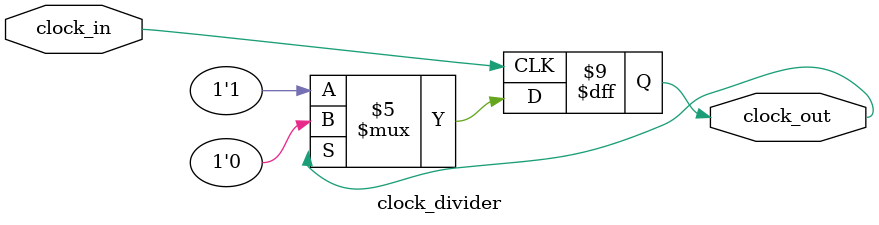
<source format=v>
`timescale 1ns / 1ps
`timescale 1ns / 1ps
//////////////////////////////////////////////////////////////////////////////////
// Company: 
// Engineer: 
// 
// Create Date:    00:47:20 09/14/2022 
// Design Name: 
// Module Name:    clock 
// Project Name: 
// Target Devices: 
// Tool versions: 
// Description: 
//
// Dependencies: 
//
// Revision: 
// Revision 0.01 - File Created
// Additional Comments: 
//
//////////////////////////////////////////////////////////////////////////////////
`timescale 1ns / 1ps
//////////////////////////////////////////////////////////////////////////////////
// Company: 
// Engineer: 
// 
// Create Date:    00:41:56 09/14/2022 
// Design Name: 
// Module Name:    clock_divider 
// Project Name: 
// Target Devices: 
// Tool versions: 
// Description: 
//
// Dependencies: 
//
// Revision: 
// Revision 0.01 - File Created
// Additional Comments: 
//
//////////////////////////////////////////////////////////////////////////////////
module clock_divider(input clock_in,output reg clock_out);
	reg[7:0] counter=8'd0;
	parameter DIVISOR = 8'd10;
	// The frequency of the output clk_out
	//  = The frequency of the input clk_in divided by DIVISOR
	// For example: Fclk_in = 50Mhz, if you want to get 1Hz signal to blink LEDs
	// You will modify the DIVISOR parameter value to 28'd50.000.000
	// Then the frequency of the output clk_out = 50Mhz/50.000.000 = 1Hz
	always @(posedge clock_in) begin
		counter <= counter + 8'd1;
		if(counter >=(DIVISOR))
			counter <= 8'd0;
		clock_out <= (clock_out==0)?1'b1:1'b0;
	end
endmodule

</source>
